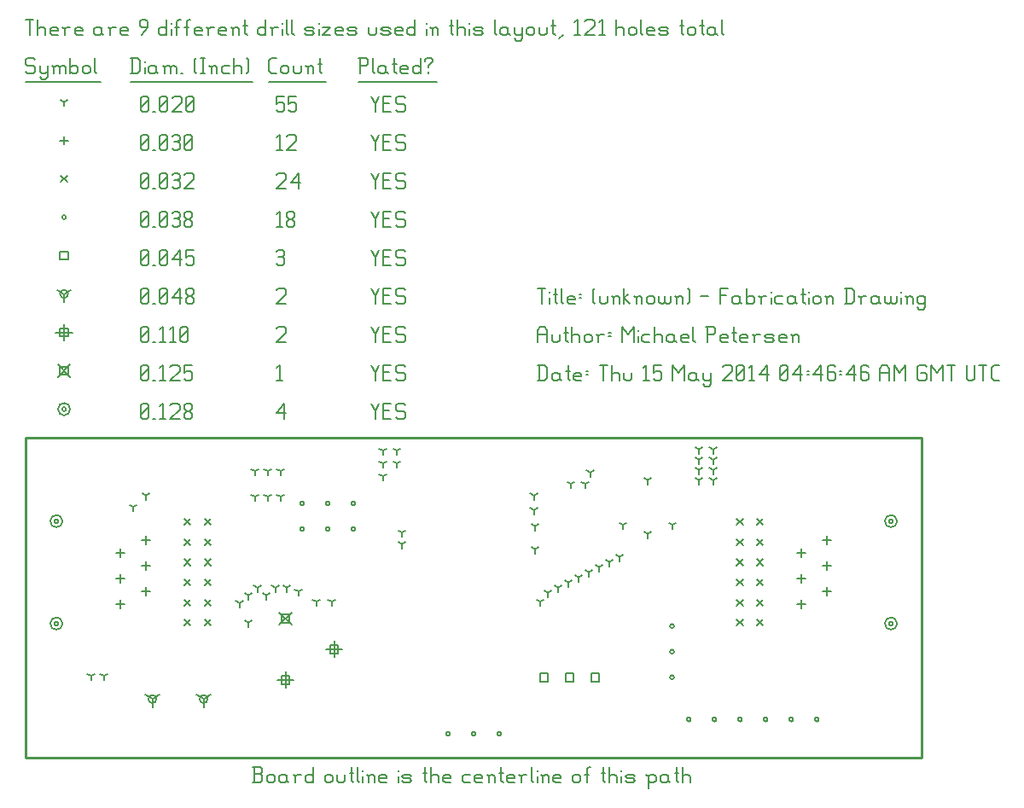
<source format=gbr>
G04 start of page 12 for group -3984 idx -3984 *
G04 Title: (unknown), fab *
G04 Creator: pcb 20110918 *
G04 CreationDate: Thu 15 May 2014 04:46:46 AM GMT UTC *
G04 For: railfan *
G04 Format: Gerber/RS-274X *
G04 PCB-Dimensions: 350000 125000 *
G04 PCB-Coordinate-Origin: lower left *
%MOIN*%
%FSLAX25Y25*%
%LNFAB*%
%ADD104C,0.0100*%
%ADD103C,0.0075*%
%ADD102C,0.0060*%
%ADD101R,0.0080X0.0080*%
G54D101*X337200Y52500D02*G75*G03X338800Y52500I800J0D01*G01*
G75*G03X337200Y52500I-800J0D01*G01*
X335600D02*G75*G03X340400Y52500I2400J0D01*G01*
G75*G03X335600Y52500I-2400J0D01*G01*
X337200Y92500D02*G75*G03X338800Y92500I800J0D01*G01*
G75*G03X337200Y92500I-800J0D01*G01*
X335600D02*G75*G03X340400Y92500I2400J0D01*G01*
G75*G03X335600Y92500I-2400J0D01*G01*
X11200D02*G75*G03X12800Y92500I800J0D01*G01*
G75*G03X11200Y92500I-800J0D01*G01*
X9600D02*G75*G03X14400Y92500I2400J0D01*G01*
G75*G03X9600Y92500I-2400J0D01*G01*
X11200Y52500D02*G75*G03X12800Y52500I800J0D01*G01*
G75*G03X11200Y52500I-800J0D01*G01*
X9600D02*G75*G03X14400Y52500I2400J0D01*G01*
G75*G03X9600Y52500I-2400J0D01*G01*
X14200Y136250D02*G75*G03X15800Y136250I800J0D01*G01*
G75*G03X14200Y136250I-800J0D01*G01*
X12600D02*G75*G03X17400Y136250I2400J0D01*G01*
G75*G03X12600Y136250I-2400J0D01*G01*
G54D102*X135000Y138500D02*X136500Y135500D01*
X138000Y138500D01*
X136500Y135500D02*Y132500D01*
X139800Y135800D02*X142050D01*
X139800Y132500D02*X142800D01*
X139800Y138500D02*Y132500D01*
Y138500D02*X142800D01*
X147600D02*X148350Y137750D01*
X145350Y138500D02*X147600D01*
X144600Y137750D02*X145350Y138500D01*
X144600Y137750D02*Y136250D01*
X145350Y135500D01*
X147600D01*
X148350Y134750D01*
Y133250D01*
X147600Y132500D02*X148350Y133250D01*
X145350Y132500D02*X147600D01*
X144600Y133250D02*X145350Y132500D01*
X98000Y134750D02*X101000Y138500D01*
X98000Y134750D02*X101750D01*
X101000Y138500D02*Y132500D01*
X45000Y133250D02*X45750Y132500D01*
X45000Y137750D02*Y133250D01*
Y137750D02*X45750Y138500D01*
X47250D01*
X48000Y137750D01*
Y133250D01*
X47250Y132500D02*X48000Y133250D01*
X45750Y132500D02*X47250D01*
X45000Y134000D02*X48000Y137000D01*
X49800Y132500D02*X50550D01*
X52350Y137300D02*X53550Y138500D01*
Y132500D01*
X52350D02*X54600D01*
X56400Y137750D02*X57150Y138500D01*
X59400D01*
X60150Y137750D01*
Y136250D01*
X56400Y132500D02*X60150Y136250D01*
X56400Y132500D02*X60150D01*
X61950Y133250D02*X62700Y132500D01*
X61950Y134450D02*Y133250D01*
Y134450D02*X63000Y135500D01*
X63900D01*
X64950Y134450D01*
Y133250D01*
X64200Y132500D02*X64950Y133250D01*
X62700Y132500D02*X64200D01*
X61950Y136550D02*X63000Y135500D01*
X61950Y137750D02*Y136550D01*
Y137750D02*X62700Y138500D01*
X64200D01*
X64950Y137750D01*
Y136550D01*
X63900Y135500D02*X64950Y136550D01*
X99100Y56900D02*X103900Y52100D01*
X99100D02*X103900Y56900D01*
X99900Y56100D02*X103100D01*
X99900D02*Y52900D01*
X103100D01*
Y56100D02*Y52900D01*
X12600Y153650D02*X17400Y148850D01*
X12600D02*X17400Y153650D01*
X13400Y152850D02*X16600D01*
X13400D02*Y149650D01*
X16600D01*
Y152850D02*Y149650D01*
X135000Y153500D02*X136500Y150500D01*
X138000Y153500D01*
X136500Y150500D02*Y147500D01*
X139800Y150800D02*X142050D01*
X139800Y147500D02*X142800D01*
X139800Y153500D02*Y147500D01*
Y153500D02*X142800D01*
X147600D02*X148350Y152750D01*
X145350Y153500D02*X147600D01*
X144600Y152750D02*X145350Y153500D01*
X144600Y152750D02*Y151250D01*
X145350Y150500D01*
X147600D01*
X148350Y149750D01*
Y148250D01*
X147600Y147500D02*X148350Y148250D01*
X145350Y147500D02*X147600D01*
X144600Y148250D02*X145350Y147500D01*
X98000Y152300D02*X99200Y153500D01*
Y147500D01*
X98000D02*X100250D01*
X45000Y148250D02*X45750Y147500D01*
X45000Y152750D02*Y148250D01*
Y152750D02*X45750Y153500D01*
X47250D01*
X48000Y152750D01*
Y148250D01*
X47250Y147500D02*X48000Y148250D01*
X45750Y147500D02*X47250D01*
X45000Y149000D02*X48000Y152000D01*
X49800Y147500D02*X50550D01*
X52350Y152300D02*X53550Y153500D01*
Y147500D01*
X52350D02*X54600D01*
X56400Y152750D02*X57150Y153500D01*
X59400D01*
X60150Y152750D01*
Y151250D01*
X56400Y147500D02*X60150Y151250D01*
X56400Y147500D02*X60150D01*
X61950Y153500D02*X64950D01*
X61950D02*Y150500D01*
X62700Y151250D01*
X64200D01*
X64950Y150500D01*
Y148250D01*
X64200Y147500D02*X64950Y148250D01*
X62700Y147500D02*X64200D01*
X61950Y148250D02*X62700Y147500D01*
X101500Y33700D02*Y27300D01*
X98300Y30500D02*X104700D01*
X99900Y32100D02*X103100D01*
X99900D02*Y28900D01*
X103100D01*
Y32100D02*Y28900D01*
X120500Y45700D02*Y39300D01*
X117300Y42500D02*X123700D01*
X118900Y44100D02*X122100D01*
X118900D02*Y40900D01*
X122100D01*
Y44100D02*Y40900D01*
X15000Y169450D02*Y163050D01*
X11800Y166250D02*X18200D01*
X13400Y167850D02*X16600D01*
X13400D02*Y164650D01*
X16600D01*
Y167850D02*Y164650D01*
X135000Y168500D02*X136500Y165500D01*
X138000Y168500D01*
X136500Y165500D02*Y162500D01*
X139800Y165800D02*X142050D01*
X139800Y162500D02*X142800D01*
X139800Y168500D02*Y162500D01*
Y168500D02*X142800D01*
X147600D02*X148350Y167750D01*
X145350Y168500D02*X147600D01*
X144600Y167750D02*X145350Y168500D01*
X144600Y167750D02*Y166250D01*
X145350Y165500D01*
X147600D01*
X148350Y164750D01*
Y163250D01*
X147600Y162500D02*X148350Y163250D01*
X145350Y162500D02*X147600D01*
X144600Y163250D02*X145350Y162500D01*
X98000Y167750D02*X98750Y168500D01*
X101000D01*
X101750Y167750D01*
Y166250D01*
X98000Y162500D02*X101750Y166250D01*
X98000Y162500D02*X101750D01*
X45000Y163250D02*X45750Y162500D01*
X45000Y167750D02*Y163250D01*
Y167750D02*X45750Y168500D01*
X47250D01*
X48000Y167750D01*
Y163250D01*
X47250Y162500D02*X48000Y163250D01*
X45750Y162500D02*X47250D01*
X45000Y164000D02*X48000Y167000D01*
X49800Y162500D02*X50550D01*
X52350Y167300D02*X53550Y168500D01*
Y162500D01*
X52350D02*X54600D01*
X56400Y167300D02*X57600Y168500D01*
Y162500D01*
X56400D02*X58650D01*
X60450Y163250D02*X61200Y162500D01*
X60450Y167750D02*Y163250D01*
Y167750D02*X61200Y168500D01*
X62700D01*
X63450Y167750D01*
Y163250D01*
X62700Y162500D02*X63450Y163250D01*
X61200Y162500D02*X62700D01*
X60450Y164000D02*X63450Y167000D01*
X49500Y23000D02*Y19800D01*
Y23000D02*X52273Y24600D01*
X49500Y23000D02*X46727Y24600D01*
X47900Y23000D02*G75*G03X51100Y23000I1600J0D01*G01*
G75*G03X47900Y23000I-1600J0D01*G01*
X69500D02*Y19800D01*
Y23000D02*X72273Y24600D01*
X69500Y23000D02*X66727Y24600D01*
X67900Y23000D02*G75*G03X71100Y23000I1600J0D01*G01*
G75*G03X67900Y23000I-1600J0D01*G01*
X15000Y181250D02*Y178050D01*
Y181250D02*X17773Y182850D01*
X15000Y181250D02*X12227Y182850D01*
X13400Y181250D02*G75*G03X16600Y181250I1600J0D01*G01*
G75*G03X13400Y181250I-1600J0D01*G01*
X135000Y183500D02*X136500Y180500D01*
X138000Y183500D01*
X136500Y180500D02*Y177500D01*
X139800Y180800D02*X142050D01*
X139800Y177500D02*X142800D01*
X139800Y183500D02*Y177500D01*
Y183500D02*X142800D01*
X147600D02*X148350Y182750D01*
X145350Y183500D02*X147600D01*
X144600Y182750D02*X145350Y183500D01*
X144600Y182750D02*Y181250D01*
X145350Y180500D01*
X147600D01*
X148350Y179750D01*
Y178250D01*
X147600Y177500D02*X148350Y178250D01*
X145350Y177500D02*X147600D01*
X144600Y178250D02*X145350Y177500D01*
X98000Y182750D02*X98750Y183500D01*
X101000D01*
X101750Y182750D01*
Y181250D01*
X98000Y177500D02*X101750Y181250D01*
X98000Y177500D02*X101750D01*
X45000Y178250D02*X45750Y177500D01*
X45000Y182750D02*Y178250D01*
Y182750D02*X45750Y183500D01*
X47250D01*
X48000Y182750D01*
Y178250D01*
X47250Y177500D02*X48000Y178250D01*
X45750Y177500D02*X47250D01*
X45000Y179000D02*X48000Y182000D01*
X49800Y177500D02*X50550D01*
X52350Y178250D02*X53100Y177500D01*
X52350Y182750D02*Y178250D01*
Y182750D02*X53100Y183500D01*
X54600D01*
X55350Y182750D01*
Y178250D01*
X54600Y177500D02*X55350Y178250D01*
X53100Y177500D02*X54600D01*
X52350Y179000D02*X55350Y182000D01*
X57150Y179750D02*X60150Y183500D01*
X57150Y179750D02*X60900D01*
X60150Y183500D02*Y177500D01*
X62700Y178250D02*X63450Y177500D01*
X62700Y179450D02*Y178250D01*
Y179450D02*X63750Y180500D01*
X64650D01*
X65700Y179450D01*
Y178250D01*
X64950Y177500D02*X65700Y178250D01*
X63450Y177500D02*X64950D01*
X62700Y181550D02*X63750Y180500D01*
X62700Y182750D02*Y181550D01*
Y182750D02*X63450Y183500D01*
X64950D01*
X65700Y182750D01*
Y181550D01*
X64650Y180500D02*X65700Y181550D01*
X220900Y33100D02*X224100D01*
X220900D02*Y29900D01*
X224100D01*
Y33100D02*Y29900D01*
X210900Y33100D02*X214100D01*
X210900D02*Y29900D01*
X214100D01*
Y33100D02*Y29900D01*
X200900Y33100D02*X204100D01*
X200900D02*Y29900D01*
X204100D01*
Y33100D02*Y29900D01*
X13400Y197850D02*X16600D01*
X13400D02*Y194650D01*
X16600D01*
Y197850D02*Y194650D01*
X135000Y198500D02*X136500Y195500D01*
X138000Y198500D01*
X136500Y195500D02*Y192500D01*
X139800Y195800D02*X142050D01*
X139800Y192500D02*X142800D01*
X139800Y198500D02*Y192500D01*
Y198500D02*X142800D01*
X147600D02*X148350Y197750D01*
X145350Y198500D02*X147600D01*
X144600Y197750D02*X145350Y198500D01*
X144600Y197750D02*Y196250D01*
X145350Y195500D01*
X147600D01*
X148350Y194750D01*
Y193250D01*
X147600Y192500D02*X148350Y193250D01*
X145350Y192500D02*X147600D01*
X144600Y193250D02*X145350Y192500D01*
X98000Y197750D02*X98750Y198500D01*
X100250D01*
X101000Y197750D01*
X100250Y192500D02*X101000Y193250D01*
X98750Y192500D02*X100250D01*
X98000Y193250D02*X98750Y192500D01*
Y195800D02*X100250D01*
X101000Y197750D02*Y196550D01*
Y195050D02*Y193250D01*
Y195050D02*X100250Y195800D01*
X101000Y196550D02*X100250Y195800D01*
X45000Y193250D02*X45750Y192500D01*
X45000Y197750D02*Y193250D01*
Y197750D02*X45750Y198500D01*
X47250D01*
X48000Y197750D01*
Y193250D01*
X47250Y192500D02*X48000Y193250D01*
X45750Y192500D02*X47250D01*
X45000Y194000D02*X48000Y197000D01*
X49800Y192500D02*X50550D01*
X52350Y193250D02*X53100Y192500D01*
X52350Y197750D02*Y193250D01*
Y197750D02*X53100Y198500D01*
X54600D01*
X55350Y197750D01*
Y193250D01*
X54600Y192500D02*X55350Y193250D01*
X53100Y192500D02*X54600D01*
X52350Y194000D02*X55350Y197000D01*
X57150Y194750D02*X60150Y198500D01*
X57150Y194750D02*X60900D01*
X60150Y198500D02*Y192500D01*
X62700Y198500D02*X65700D01*
X62700D02*Y195500D01*
X63450Y196250D01*
X64950D01*
X65700Y195500D01*
Y193250D01*
X64950Y192500D02*X65700Y193250D01*
X63450Y192500D02*X64950D01*
X62700Y193250D02*X63450Y192500D01*
X251700Y51500D02*G75*G03X253300Y51500I800J0D01*G01*
G75*G03X251700Y51500I-800J0D01*G01*
Y41500D02*G75*G03X253300Y41500I800J0D01*G01*
G75*G03X251700Y41500I-800J0D01*G01*
Y31500D02*G75*G03X253300Y31500I800J0D01*G01*
G75*G03X251700Y31500I-800J0D01*G01*
X308200Y15000D02*G75*G03X309800Y15000I800J0D01*G01*
G75*G03X308200Y15000I-800J0D01*G01*
X298200D02*G75*G03X299800Y15000I800J0D01*G01*
G75*G03X298200Y15000I-800J0D01*G01*
X288200D02*G75*G03X289800Y15000I800J0D01*G01*
G75*G03X288200Y15000I-800J0D01*G01*
X278200D02*G75*G03X279800Y15000I800J0D01*G01*
G75*G03X278200Y15000I-800J0D01*G01*
X268200D02*G75*G03X269800Y15000I800J0D01*G01*
G75*G03X268200Y15000I-800J0D01*G01*
X258200D02*G75*G03X259800Y15000I800J0D01*G01*
G75*G03X258200Y15000I-800J0D01*G01*
X127200Y99500D02*G75*G03X128800Y99500I800J0D01*G01*
G75*G03X127200Y99500I-800J0D01*G01*
X117200D02*G75*G03X118800Y99500I800J0D01*G01*
G75*G03X117200Y99500I-800J0D01*G01*
X107200D02*G75*G03X108800Y99500I800J0D01*G01*
G75*G03X107200Y99500I-800J0D01*G01*
X127200Y89500D02*G75*G03X128800Y89500I800J0D01*G01*
G75*G03X127200Y89500I-800J0D01*G01*
X117200D02*G75*G03X118800Y89500I800J0D01*G01*
G75*G03X117200Y89500I-800J0D01*G01*
X107200D02*G75*G03X108800Y89500I800J0D01*G01*
G75*G03X107200Y89500I-800J0D01*G01*
X164200Y9500D02*G75*G03X165800Y9500I800J0D01*G01*
G75*G03X164200Y9500I-800J0D01*G01*
X174200D02*G75*G03X175800Y9500I800J0D01*G01*
G75*G03X174200Y9500I-800J0D01*G01*
X184200D02*G75*G03X185800Y9500I800J0D01*G01*
G75*G03X184200Y9500I-800J0D01*G01*
X14200Y211250D02*G75*G03X15800Y211250I800J0D01*G01*
G75*G03X14200Y211250I-800J0D01*G01*
X135000Y213500D02*X136500Y210500D01*
X138000Y213500D01*
X136500Y210500D02*Y207500D01*
X139800Y210800D02*X142050D01*
X139800Y207500D02*X142800D01*
X139800Y213500D02*Y207500D01*
Y213500D02*X142800D01*
X147600D02*X148350Y212750D01*
X145350Y213500D02*X147600D01*
X144600Y212750D02*X145350Y213500D01*
X144600Y212750D02*Y211250D01*
X145350Y210500D01*
X147600D01*
X148350Y209750D01*
Y208250D01*
X147600Y207500D02*X148350Y208250D01*
X145350Y207500D02*X147600D01*
X144600Y208250D02*X145350Y207500D01*
X98000Y212300D02*X99200Y213500D01*
Y207500D01*
X98000D02*X100250D01*
X102050Y208250D02*X102800Y207500D01*
X102050Y209450D02*Y208250D01*
Y209450D02*X103100Y210500D01*
X104000D01*
X105050Y209450D01*
Y208250D01*
X104300Y207500D02*X105050Y208250D01*
X102800Y207500D02*X104300D01*
X102050Y211550D02*X103100Y210500D01*
X102050Y212750D02*Y211550D01*
Y212750D02*X102800Y213500D01*
X104300D01*
X105050Y212750D01*
Y211550D01*
X104000Y210500D02*X105050Y211550D01*
X45000Y208250D02*X45750Y207500D01*
X45000Y212750D02*Y208250D01*
Y212750D02*X45750Y213500D01*
X47250D01*
X48000Y212750D01*
Y208250D01*
X47250Y207500D02*X48000Y208250D01*
X45750Y207500D02*X47250D01*
X45000Y209000D02*X48000Y212000D01*
X49800Y207500D02*X50550D01*
X52350Y208250D02*X53100Y207500D01*
X52350Y212750D02*Y208250D01*
Y212750D02*X53100Y213500D01*
X54600D01*
X55350Y212750D01*
Y208250D01*
X54600Y207500D02*X55350Y208250D01*
X53100Y207500D02*X54600D01*
X52350Y209000D02*X55350Y212000D01*
X57150Y212750D02*X57900Y213500D01*
X59400D01*
X60150Y212750D01*
X59400Y207500D02*X60150Y208250D01*
X57900Y207500D02*X59400D01*
X57150Y208250D02*X57900Y207500D01*
Y210800D02*X59400D01*
X60150Y212750D02*Y211550D01*
Y210050D02*Y208250D01*
Y210050D02*X59400Y210800D01*
X60150Y211550D02*X59400Y210800D01*
X61950Y208250D02*X62700Y207500D01*
X61950Y209450D02*Y208250D01*
Y209450D02*X63000Y210500D01*
X63900D01*
X64950Y209450D01*
Y208250D01*
X64200Y207500D02*X64950Y208250D01*
X62700Y207500D02*X64200D01*
X61950Y211550D02*X63000Y210500D01*
X61950Y212750D02*Y211550D01*
Y212750D02*X62700Y213500D01*
X64200D01*
X64950Y212750D01*
Y211550D01*
X63900Y210500D02*X64950Y211550D01*
X277745Y93385D02*X280145Y90985D01*
X277745D02*X280145Y93385D01*
X277745Y85511D02*X280145Y83111D01*
X277745D02*X280145Y85511D01*
X277745Y77637D02*X280145Y75237D01*
X277745D02*X280145Y77637D01*
X277745Y69763D02*X280145Y67363D01*
X277745D02*X280145Y69763D01*
X277745Y61889D02*X280145Y59489D01*
X277745D02*X280145Y61889D01*
X277745Y54015D02*X280145Y51615D01*
X277745D02*X280145Y54015D01*
X285619Y93385D02*X288019Y90985D01*
X285619D02*X288019Y93385D01*
X285619Y85511D02*X288019Y83111D01*
X285619D02*X288019Y85511D01*
X285619Y77637D02*X288019Y75237D01*
X285619D02*X288019Y77637D01*
X285619Y69763D02*X288019Y67363D01*
X285619D02*X288019Y69763D01*
X285619Y61889D02*X288019Y59489D01*
X285619D02*X288019Y61889D01*
X285619Y54015D02*X288019Y51615D01*
X285619D02*X288019Y54015D01*
X69855D02*X72255Y51615D01*
X69855D02*X72255Y54015D01*
X69855Y61889D02*X72255Y59489D01*
X69855D02*X72255Y61889D01*
X69855Y69763D02*X72255Y67363D01*
X69855D02*X72255Y69763D01*
X69855Y77637D02*X72255Y75237D01*
X69855D02*X72255Y77637D01*
X69855Y85511D02*X72255Y83111D01*
X69855D02*X72255Y85511D01*
X69855Y93385D02*X72255Y90985D01*
X69855D02*X72255Y93385D01*
X61981Y54015D02*X64381Y51615D01*
X61981D02*X64381Y54015D01*
X61981Y61889D02*X64381Y59489D01*
X61981D02*X64381Y61889D01*
X61981Y69763D02*X64381Y67363D01*
X61981D02*X64381Y69763D01*
X61981Y77637D02*X64381Y75237D01*
X61981D02*X64381Y77637D01*
X61981Y85511D02*X64381Y83111D01*
X61981D02*X64381Y85511D01*
X61981Y93385D02*X64381Y90985D01*
X61981D02*X64381Y93385D01*
X13800Y227450D02*X16200Y225050D01*
X13800D02*X16200Y227450D01*
X135000Y228500D02*X136500Y225500D01*
X138000Y228500D01*
X136500Y225500D02*Y222500D01*
X139800Y225800D02*X142050D01*
X139800Y222500D02*X142800D01*
X139800Y228500D02*Y222500D01*
Y228500D02*X142800D01*
X147600D02*X148350Y227750D01*
X145350Y228500D02*X147600D01*
X144600Y227750D02*X145350Y228500D01*
X144600Y227750D02*Y226250D01*
X145350Y225500D01*
X147600D01*
X148350Y224750D01*
Y223250D01*
X147600Y222500D02*X148350Y223250D01*
X145350Y222500D02*X147600D01*
X144600Y223250D02*X145350Y222500D01*
X98000Y227750D02*X98750Y228500D01*
X101000D01*
X101750Y227750D01*
Y226250D01*
X98000Y222500D02*X101750Y226250D01*
X98000Y222500D02*X101750D01*
X103550Y224750D02*X106550Y228500D01*
X103550Y224750D02*X107300D01*
X106550Y228500D02*Y222500D01*
X45000Y223250D02*X45750Y222500D01*
X45000Y227750D02*Y223250D01*
Y227750D02*X45750Y228500D01*
X47250D01*
X48000Y227750D01*
Y223250D01*
X47250Y222500D02*X48000Y223250D01*
X45750Y222500D02*X47250D01*
X45000Y224000D02*X48000Y227000D01*
X49800Y222500D02*X50550D01*
X52350Y223250D02*X53100Y222500D01*
X52350Y227750D02*Y223250D01*
Y227750D02*X53100Y228500D01*
X54600D01*
X55350Y227750D01*
Y223250D01*
X54600Y222500D02*X55350Y223250D01*
X53100Y222500D02*X54600D01*
X52350Y224000D02*X55350Y227000D01*
X57150Y227750D02*X57900Y228500D01*
X59400D01*
X60150Y227750D01*
X59400Y222500D02*X60150Y223250D01*
X57900Y222500D02*X59400D01*
X57150Y223250D02*X57900Y222500D01*
Y225800D02*X59400D01*
X60150Y227750D02*Y226550D01*
Y225050D02*Y223250D01*
Y225050D02*X59400Y225800D01*
X60150Y226550D02*X59400Y225800D01*
X61950Y227750D02*X62700Y228500D01*
X64950D01*
X65700Y227750D01*
Y226250D01*
X61950Y222500D02*X65700Y226250D01*
X61950Y222500D02*X65700D01*
X303000Y61600D02*Y58400D01*
X301400Y60000D02*X304600D01*
X313000Y66600D02*Y63400D01*
X311400Y65000D02*X314600D01*
X303000Y71600D02*Y68400D01*
X301400Y70000D02*X304600D01*
X313000Y76600D02*Y73400D01*
X311400Y75000D02*X314600D01*
X303000Y81600D02*Y78400D01*
X301400Y80000D02*X304600D01*
X313000Y86600D02*Y83400D01*
X311400Y85000D02*X314600D01*
X47000Y86600D02*Y83400D01*
X45400Y85000D02*X48600D01*
X37000Y81600D02*Y78400D01*
X35400Y80000D02*X38600D01*
X47000Y76600D02*Y73400D01*
X45400Y75000D02*X48600D01*
X37000Y71600D02*Y68400D01*
X35400Y70000D02*X38600D01*
X47000Y66600D02*Y63400D01*
X45400Y65000D02*X48600D01*
X37000Y61600D02*Y58400D01*
X35400Y60000D02*X38600D01*
X15000Y242850D02*Y239650D01*
X13400Y241250D02*X16600D01*
X135000Y243500D02*X136500Y240500D01*
X138000Y243500D01*
X136500Y240500D02*Y237500D01*
X139800Y240800D02*X142050D01*
X139800Y237500D02*X142800D01*
X139800Y243500D02*Y237500D01*
Y243500D02*X142800D01*
X147600D02*X148350Y242750D01*
X145350Y243500D02*X147600D01*
X144600Y242750D02*X145350Y243500D01*
X144600Y242750D02*Y241250D01*
X145350Y240500D01*
X147600D01*
X148350Y239750D01*
Y238250D01*
X147600Y237500D02*X148350Y238250D01*
X145350Y237500D02*X147600D01*
X144600Y238250D02*X145350Y237500D01*
X98000Y242300D02*X99200Y243500D01*
Y237500D01*
X98000D02*X100250D01*
X102050Y242750D02*X102800Y243500D01*
X105050D01*
X105800Y242750D01*
Y241250D01*
X102050Y237500D02*X105800Y241250D01*
X102050Y237500D02*X105800D01*
X45000Y238250D02*X45750Y237500D01*
X45000Y242750D02*Y238250D01*
Y242750D02*X45750Y243500D01*
X47250D01*
X48000Y242750D01*
Y238250D01*
X47250Y237500D02*X48000Y238250D01*
X45750Y237500D02*X47250D01*
X45000Y239000D02*X48000Y242000D01*
X49800Y237500D02*X50550D01*
X52350Y238250D02*X53100Y237500D01*
X52350Y242750D02*Y238250D01*
Y242750D02*X53100Y243500D01*
X54600D01*
X55350Y242750D01*
Y238250D01*
X54600Y237500D02*X55350Y238250D01*
X53100Y237500D02*X54600D01*
X52350Y239000D02*X55350Y242000D01*
X57150Y242750D02*X57900Y243500D01*
X59400D01*
X60150Y242750D01*
X59400Y237500D02*X60150Y238250D01*
X57900Y237500D02*X59400D01*
X57150Y238250D02*X57900Y237500D01*
Y240800D02*X59400D01*
X60150Y242750D02*Y241550D01*
Y240050D02*Y238250D01*
Y240050D02*X59400Y240800D01*
X60150Y241550D02*X59400Y240800D01*
X61950Y238250D02*X62700Y237500D01*
X61950Y242750D02*Y238250D01*
Y242750D02*X62700Y243500D01*
X64200D01*
X64950Y242750D01*
Y238250D01*
X64200Y237500D02*X64950Y238250D01*
X62700Y237500D02*X64200D01*
X61950Y239000D02*X64950Y242000D01*
X233394Y91000D02*Y89400D01*
Y91000D02*X234781Y91800D01*
X233394Y91000D02*X232007Y91800D01*
X252606Y91000D02*Y89400D01*
Y91000D02*X253993Y91800D01*
X252606Y91000D02*X251219Y91800D01*
X87000Y52815D02*Y51215D01*
Y52815D02*X88387Y53615D01*
X87000Y52815D02*X85613Y53615D01*
X42000Y98000D02*Y96400D01*
Y98000D02*X43387Y98800D01*
X42000Y98000D02*X40613Y98800D01*
X47000Y102500D02*Y100900D01*
Y102500D02*X48387Y103300D01*
X47000Y102500D02*X45613Y103300D01*
X147000Y83500D02*Y81900D01*
Y83500D02*X148387Y84300D01*
X147000Y83500D02*X145613Y84300D01*
X147000Y88000D02*Y86400D01*
Y88000D02*X148387Y88800D01*
X147000Y88000D02*X145613Y88800D01*
X199000Y90500D02*Y88900D01*
Y90500D02*X200387Y91300D01*
X199000Y90500D02*X197613Y91300D01*
X243000Y108500D02*Y106900D01*
Y108500D02*X244387Y109300D01*
X243000Y108500D02*X241613Y109300D01*
X213000Y107000D02*Y105400D01*
Y107000D02*X214387Y107800D01*
X213000Y107000D02*X211613Y107800D01*
X220500Y111500D02*Y109900D01*
Y111500D02*X221887Y112300D01*
X220500Y111500D02*X219113Y112300D01*
X198500Y96831D02*Y95231D01*
Y96831D02*X199887Y97631D01*
X198500Y96831D02*X197113Y97631D01*
X198500Y102500D02*Y100900D01*
Y102500D02*X199887Y103300D01*
X198500Y102500D02*X197113Y103300D01*
X83500Y60500D02*Y58900D01*
Y60500D02*X84887Y61300D01*
X83500Y60500D02*X82113Y61300D01*
X232000Y78500D02*Y76900D01*
Y78500D02*X233387Y79300D01*
X232000Y78500D02*X230613Y79300D01*
X87000Y63500D02*Y61900D01*
Y63500D02*X88387Y64300D01*
X87000Y63500D02*X85613Y64300D01*
X90500Y66500D02*Y64900D01*
Y66500D02*X91887Y67300D01*
X90500Y66500D02*X89113Y67300D01*
X94000Y63500D02*Y61900D01*
Y63500D02*X95387Y64300D01*
X94000Y63500D02*X92613Y64300D01*
X97500Y66500D02*Y64900D01*
Y66500D02*X98887Y67300D01*
X97500Y66500D02*X96113Y67300D01*
X102000Y66500D02*Y64900D01*
Y66500D02*X103387Y67300D01*
X102000Y66500D02*X100613Y67300D01*
X106500Y65000D02*Y63400D01*
Y65000D02*X107887Y65800D01*
X106500Y65000D02*X105113Y65800D01*
X113500Y61000D02*Y59400D01*
Y61000D02*X114887Y61800D01*
X113500Y61000D02*X112113Y61800D01*
X119500Y61000D02*Y59400D01*
Y61000D02*X120887Y61800D01*
X119500Y61000D02*X118113Y61800D01*
X228000Y76500D02*Y74900D01*
Y76500D02*X229387Y77300D01*
X228000Y76500D02*X226613Y77300D01*
X224000Y74500D02*Y72900D01*
Y74500D02*X225387Y75300D01*
X224000Y74500D02*X222613Y75300D01*
X220000Y72500D02*Y70900D01*
Y72500D02*X221387Y73300D01*
X220000Y72500D02*X218613Y73300D01*
X216000Y70500D02*Y68900D01*
Y70500D02*X217387Y71300D01*
X216000Y70500D02*X214613Y71300D01*
X212000Y68500D02*Y66900D01*
Y68500D02*X213387Y69300D01*
X212000Y68500D02*X210613Y69300D01*
X208000Y66500D02*Y64900D01*
Y66500D02*X209387Y67300D01*
X208000Y66500D02*X206613Y67300D01*
X204000Y64500D02*Y62900D01*
Y64500D02*X205387Y65300D01*
X204000Y64500D02*X202613Y65300D01*
X201000Y61000D02*Y59400D01*
Y61000D02*X202387Y61800D01*
X201000Y61000D02*X199613Y61800D01*
X139500Y110000D02*Y108400D01*
Y110000D02*X140887Y110800D01*
X139500Y110000D02*X138113Y110800D01*
X139500Y115000D02*Y113400D01*
Y115000D02*X140887Y115800D01*
X139500Y115000D02*X138113Y115800D01*
X139500Y120000D02*Y118400D01*
Y120000D02*X140887Y120800D01*
X139500Y120000D02*X138113Y120800D01*
X145000Y120000D02*Y118400D01*
Y120000D02*X146387Y120800D01*
X145000Y120000D02*X143613Y120800D01*
X145000Y115000D02*Y113400D01*
Y115000D02*X146387Y115800D01*
X145000Y115000D02*X143613Y115800D01*
X199000Y81500D02*Y79900D01*
Y81500D02*X200387Y82300D01*
X199000Y81500D02*X197613Y82300D01*
X263000Y120500D02*Y118900D01*
Y120500D02*X264387Y121300D01*
X263000Y120500D02*X261613Y121300D01*
X268500Y120500D02*Y118900D01*
Y120500D02*X269887Y121300D01*
X268500Y120500D02*X267113Y121300D01*
X243000Y87500D02*Y85900D01*
Y87500D02*X244387Y88300D01*
X243000Y87500D02*X241613Y88300D01*
X263000Y116500D02*Y114900D01*
Y116500D02*X264387Y117300D01*
X263000Y116500D02*X261613Y117300D01*
X268500Y116500D02*Y114900D01*
Y116500D02*X269887Y117300D01*
X268500Y116500D02*X267113Y117300D01*
X263000Y112500D02*Y110900D01*
Y112500D02*X264387Y113300D01*
X263000Y112500D02*X261613Y113300D01*
X268500Y112500D02*Y110900D01*
Y112500D02*X269887Y113300D01*
X268500Y112500D02*X267113Y113300D01*
X263000Y108500D02*Y106900D01*
Y108500D02*X264387Y109300D01*
X263000Y108500D02*X261613Y109300D01*
X268500Y108500D02*Y106900D01*
Y108500D02*X269887Y109300D01*
X268500Y108500D02*X267113Y109300D01*
X218500Y107000D02*Y105400D01*
Y107000D02*X219887Y107800D01*
X218500Y107000D02*X217113Y107800D01*
X30500Y32000D02*Y30400D01*
Y32000D02*X31887Y32800D01*
X30500Y32000D02*X29113Y32800D01*
X25500Y32000D02*Y30400D01*
Y32000D02*X26887Y32800D01*
X25500Y32000D02*X24113Y32800D01*
X89500Y112000D02*Y110400D01*
Y112000D02*X90887Y112800D01*
X89500Y112000D02*X88113Y112800D01*
X94500Y112000D02*Y110400D01*
Y112000D02*X95887Y112800D01*
X94500Y112000D02*X93113Y112800D01*
X99500Y112000D02*Y110400D01*
Y112000D02*X100887Y112800D01*
X99500Y112000D02*X98113Y112800D01*
X89500Y102000D02*Y100400D01*
Y102000D02*X90887Y102800D01*
X89500Y102000D02*X88113Y102800D01*
X94500Y102000D02*Y100400D01*
Y102000D02*X95887Y102800D01*
X94500Y102000D02*X93113Y102800D01*
X99500Y102000D02*Y100400D01*
Y102000D02*X100887Y102800D01*
X99500Y102000D02*X98113Y102800D01*
X15000Y256250D02*Y254650D01*
Y256250D02*X16387Y257050D01*
X15000Y256250D02*X13613Y257050D01*
X135000Y258500D02*X136500Y255500D01*
X138000Y258500D01*
X136500Y255500D02*Y252500D01*
X139800Y255800D02*X142050D01*
X139800Y252500D02*X142800D01*
X139800Y258500D02*Y252500D01*
Y258500D02*X142800D01*
X147600D02*X148350Y257750D01*
X145350Y258500D02*X147600D01*
X144600Y257750D02*X145350Y258500D01*
X144600Y257750D02*Y256250D01*
X145350Y255500D01*
X147600D01*
X148350Y254750D01*
Y253250D01*
X147600Y252500D02*X148350Y253250D01*
X145350Y252500D02*X147600D01*
X144600Y253250D02*X145350Y252500D01*
X98000Y258500D02*X101000D01*
X98000D02*Y255500D01*
X98750Y256250D01*
X100250D01*
X101000Y255500D01*
Y253250D01*
X100250Y252500D02*X101000Y253250D01*
X98750Y252500D02*X100250D01*
X98000Y253250D02*X98750Y252500D01*
X102800Y258500D02*X105800D01*
X102800D02*Y255500D01*
X103550Y256250D01*
X105050D01*
X105800Y255500D01*
Y253250D01*
X105050Y252500D02*X105800Y253250D01*
X103550Y252500D02*X105050D01*
X102800Y253250D02*X103550Y252500D01*
X45000Y253250D02*X45750Y252500D01*
X45000Y257750D02*Y253250D01*
Y257750D02*X45750Y258500D01*
X47250D01*
X48000Y257750D01*
Y253250D01*
X47250Y252500D02*X48000Y253250D01*
X45750Y252500D02*X47250D01*
X45000Y254000D02*X48000Y257000D01*
X49800Y252500D02*X50550D01*
X52350Y253250D02*X53100Y252500D01*
X52350Y257750D02*Y253250D01*
Y257750D02*X53100Y258500D01*
X54600D01*
X55350Y257750D01*
Y253250D01*
X54600Y252500D02*X55350Y253250D01*
X53100Y252500D02*X54600D01*
X52350Y254000D02*X55350Y257000D01*
X57150Y257750D02*X57900Y258500D01*
X60150D01*
X60900Y257750D01*
Y256250D01*
X57150Y252500D02*X60900Y256250D01*
X57150Y252500D02*X60900D01*
X62700Y253250D02*X63450Y252500D01*
X62700Y257750D02*Y253250D01*
Y257750D02*X63450Y258500D01*
X64950D01*
X65700Y257750D01*
Y253250D01*
X64950Y252500D02*X65700Y253250D01*
X63450Y252500D02*X64950D01*
X62700Y254000D02*X65700Y257000D01*
X3000Y273500D02*X3750Y272750D01*
X750Y273500D02*X3000D01*
X0Y272750D02*X750Y273500D01*
X0Y272750D02*Y271250D01*
X750Y270500D01*
X3000D01*
X3750Y269750D01*
Y268250D01*
X3000Y267500D02*X3750Y268250D01*
X750Y267500D02*X3000D01*
X0Y268250D02*X750Y267500D01*
X5550Y270500D02*Y268250D01*
X6300Y267500D01*
X8550Y270500D02*Y266000D01*
X7800Y265250D02*X8550Y266000D01*
X6300Y265250D02*X7800D01*
X5550Y266000D02*X6300Y265250D01*
Y267500D02*X7800D01*
X8550Y268250D01*
X11100Y269750D02*Y267500D01*
Y269750D02*X11850Y270500D01*
X12600D01*
X13350Y269750D01*
Y267500D01*
Y269750D02*X14100Y270500D01*
X14850D01*
X15600Y269750D01*
Y267500D01*
X10350Y270500D02*X11100Y269750D01*
X17400Y273500D02*Y267500D01*
Y268250D02*X18150Y267500D01*
X19650D01*
X20400Y268250D01*
Y269750D02*Y268250D01*
X19650Y270500D02*X20400Y269750D01*
X18150Y270500D02*X19650D01*
X17400Y269750D02*X18150Y270500D01*
X22200Y269750D02*Y268250D01*
Y269750D02*X22950Y270500D01*
X24450D01*
X25200Y269750D01*
Y268250D01*
X24450Y267500D02*X25200Y268250D01*
X22950Y267500D02*X24450D01*
X22200Y268250D02*X22950Y267500D01*
X27000Y273500D02*Y268250D01*
X27750Y267500D01*
X0Y264250D02*X29250D01*
X41750Y273500D02*Y267500D01*
X43700Y273500D02*X44750Y272450D01*
Y268550D01*
X43700Y267500D02*X44750Y268550D01*
X41000Y267500D02*X43700D01*
X41000Y273500D02*X43700D01*
G54D103*X46550Y272000D02*Y271850D01*
G54D102*Y269750D02*Y267500D01*
X50300Y270500D02*X51050Y269750D01*
X48800Y270500D02*X50300D01*
X48050Y269750D02*X48800Y270500D01*
X48050Y269750D02*Y268250D01*
X48800Y267500D01*
X51050Y270500D02*Y268250D01*
X51800Y267500D01*
X48800D02*X50300D01*
X51050Y268250D01*
X54350Y269750D02*Y267500D01*
Y269750D02*X55100Y270500D01*
X55850D01*
X56600Y269750D01*
Y267500D01*
Y269750D02*X57350Y270500D01*
X58100D01*
X58850Y269750D01*
Y267500D01*
X53600Y270500D02*X54350Y269750D01*
X60650Y267500D02*X61400D01*
X65900Y268250D02*X66650Y267500D01*
X65900Y272750D02*X66650Y273500D01*
X65900Y272750D02*Y268250D01*
X68450Y273500D02*X69950D01*
X69200D02*Y267500D01*
X68450D02*X69950D01*
X72500Y269750D02*Y267500D01*
Y269750D02*X73250Y270500D01*
X74000D01*
X74750Y269750D01*
Y267500D01*
X71750Y270500D02*X72500Y269750D01*
X77300Y270500D02*X79550D01*
X76550Y269750D02*X77300Y270500D01*
X76550Y269750D02*Y268250D01*
X77300Y267500D01*
X79550D01*
X81350Y273500D02*Y267500D01*
Y269750D02*X82100Y270500D01*
X83600D01*
X84350Y269750D01*
Y267500D01*
X86150Y273500D02*X86900Y272750D01*
Y268250D01*
X86150Y267500D02*X86900Y268250D01*
X41000Y264250D02*X88700D01*
X96050Y267500D02*X98000D01*
X95000Y268550D02*X96050Y267500D01*
X95000Y272450D02*Y268550D01*
Y272450D02*X96050Y273500D01*
X98000D01*
X99800Y269750D02*Y268250D01*
Y269750D02*X100550Y270500D01*
X102050D01*
X102800Y269750D01*
Y268250D01*
X102050Y267500D02*X102800Y268250D01*
X100550Y267500D02*X102050D01*
X99800Y268250D02*X100550Y267500D01*
X104600Y270500D02*Y268250D01*
X105350Y267500D01*
X106850D01*
X107600Y268250D01*
Y270500D02*Y268250D01*
X110150Y269750D02*Y267500D01*
Y269750D02*X110900Y270500D01*
X111650D01*
X112400Y269750D01*
Y267500D01*
X109400Y270500D02*X110150Y269750D01*
X114950Y273500D02*Y268250D01*
X115700Y267500D01*
X114200Y271250D02*X115700D01*
X95000Y264250D02*X117200D01*
X130750Y273500D02*Y267500D01*
X130000Y273500D02*X133000D01*
X133750Y272750D01*
Y271250D01*
X133000Y270500D02*X133750Y271250D01*
X130750Y270500D02*X133000D01*
X135550Y273500D02*Y268250D01*
X136300Y267500D01*
X140050Y270500D02*X140800Y269750D01*
X138550Y270500D02*X140050D01*
X137800Y269750D02*X138550Y270500D01*
X137800Y269750D02*Y268250D01*
X138550Y267500D01*
X140800Y270500D02*Y268250D01*
X141550Y267500D01*
X138550D02*X140050D01*
X140800Y268250D01*
X144100Y273500D02*Y268250D01*
X144850Y267500D01*
X143350Y271250D02*X144850D01*
X147100Y267500D02*X149350D01*
X146350Y268250D02*X147100Y267500D01*
X146350Y269750D02*Y268250D01*
Y269750D02*X147100Y270500D01*
X148600D01*
X149350Y269750D01*
X146350Y269000D02*X149350D01*
Y269750D02*Y269000D01*
X154150Y273500D02*Y267500D01*
X153400D02*X154150Y268250D01*
X151900Y267500D02*X153400D01*
X151150Y268250D02*X151900Y267500D01*
X151150Y269750D02*Y268250D01*
Y269750D02*X151900Y270500D01*
X153400D01*
X154150Y269750D01*
X157450Y270500D02*Y269750D01*
Y268250D02*Y267500D01*
X155950Y272750D02*Y272000D01*
Y272750D02*X156700Y273500D01*
X158200D01*
X158950Y272750D01*
Y272000D01*
X157450Y270500D02*X158950Y272000D01*
X130000Y264250D02*X160750D01*
X0Y288500D02*X3000D01*
X1500D02*Y282500D01*
X4800Y288500D02*Y282500D01*
Y284750D02*X5550Y285500D01*
X7050D01*
X7800Y284750D01*
Y282500D01*
X10350D02*X12600D01*
X9600Y283250D02*X10350Y282500D01*
X9600Y284750D02*Y283250D01*
Y284750D02*X10350Y285500D01*
X11850D01*
X12600Y284750D01*
X9600Y284000D02*X12600D01*
Y284750D02*Y284000D01*
X15150Y284750D02*Y282500D01*
Y284750D02*X15900Y285500D01*
X17400D01*
X14400D02*X15150Y284750D01*
X19950Y282500D02*X22200D01*
X19200Y283250D02*X19950Y282500D01*
X19200Y284750D02*Y283250D01*
Y284750D02*X19950Y285500D01*
X21450D01*
X22200Y284750D01*
X19200Y284000D02*X22200D01*
Y284750D02*Y284000D01*
X28950Y285500D02*X29700Y284750D01*
X27450Y285500D02*X28950D01*
X26700Y284750D02*X27450Y285500D01*
X26700Y284750D02*Y283250D01*
X27450Y282500D01*
X29700Y285500D02*Y283250D01*
X30450Y282500D01*
X27450D02*X28950D01*
X29700Y283250D01*
X33000Y284750D02*Y282500D01*
Y284750D02*X33750Y285500D01*
X35250D01*
X32250D02*X33000Y284750D01*
X37800Y282500D02*X40050D01*
X37050Y283250D02*X37800Y282500D01*
X37050Y284750D02*Y283250D01*
Y284750D02*X37800Y285500D01*
X39300D01*
X40050Y284750D01*
X37050Y284000D02*X40050D01*
Y284750D02*Y284000D01*
X45300Y282500D02*X47550Y285500D01*
Y287750D02*Y285500D01*
X46800Y288500D02*X47550Y287750D01*
X45300Y288500D02*X46800D01*
X44550Y287750D02*X45300Y288500D01*
X44550Y287750D02*Y286250D01*
X45300Y285500D01*
X47550D01*
X55050Y288500D02*Y282500D01*
X54300D02*X55050Y283250D01*
X52800Y282500D02*X54300D01*
X52050Y283250D02*X52800Y282500D01*
X52050Y284750D02*Y283250D01*
Y284750D02*X52800Y285500D01*
X54300D01*
X55050Y284750D01*
G54D103*X56850Y287000D02*Y286850D01*
G54D102*Y284750D02*Y282500D01*
X59100Y287750D02*Y282500D01*
Y287750D02*X59850Y288500D01*
X60600D01*
X58350Y285500D02*X59850D01*
X62850Y287750D02*Y282500D01*
Y287750D02*X63600Y288500D01*
X64350D01*
X62100Y285500D02*X63600D01*
X66600Y282500D02*X68850D01*
X65850Y283250D02*X66600Y282500D01*
X65850Y284750D02*Y283250D01*
Y284750D02*X66600Y285500D01*
X68100D01*
X68850Y284750D01*
X65850Y284000D02*X68850D01*
Y284750D02*Y284000D01*
X71400Y284750D02*Y282500D01*
Y284750D02*X72150Y285500D01*
X73650D01*
X70650D02*X71400Y284750D01*
X76200Y282500D02*X78450D01*
X75450Y283250D02*X76200Y282500D01*
X75450Y284750D02*Y283250D01*
Y284750D02*X76200Y285500D01*
X77700D01*
X78450Y284750D01*
X75450Y284000D02*X78450D01*
Y284750D02*Y284000D01*
X81000Y284750D02*Y282500D01*
Y284750D02*X81750Y285500D01*
X82500D01*
X83250Y284750D01*
Y282500D01*
X80250Y285500D02*X81000Y284750D01*
X85800Y288500D02*Y283250D01*
X86550Y282500D01*
X85050Y286250D02*X86550D01*
X93750Y288500D02*Y282500D01*
X93000D02*X93750Y283250D01*
X91500Y282500D02*X93000D01*
X90750Y283250D02*X91500Y282500D01*
X90750Y284750D02*Y283250D01*
Y284750D02*X91500Y285500D01*
X93000D01*
X93750Y284750D01*
X96300D02*Y282500D01*
Y284750D02*X97050Y285500D01*
X98550D01*
X95550D02*X96300Y284750D01*
G54D103*X100350Y287000D02*Y286850D01*
G54D102*Y284750D02*Y282500D01*
X101850Y288500D02*Y283250D01*
X102600Y282500D01*
X104100Y288500D02*Y283250D01*
X104850Y282500D01*
X109800D02*X112050D01*
X112800Y283250D01*
X112050Y284000D02*X112800Y283250D01*
X109800Y284000D02*X112050D01*
X109050Y284750D02*X109800Y284000D01*
X109050Y284750D02*X109800Y285500D01*
X112050D01*
X112800Y284750D01*
X109050Y283250D02*X109800Y282500D01*
G54D103*X114600Y287000D02*Y286850D01*
G54D102*Y284750D02*Y282500D01*
X116100Y285500D02*X119100D01*
X116100Y282500D02*X119100Y285500D01*
X116100Y282500D02*X119100D01*
X121650D02*X123900D01*
X120900Y283250D02*X121650Y282500D01*
X120900Y284750D02*Y283250D01*
Y284750D02*X121650Y285500D01*
X123150D01*
X123900Y284750D01*
X120900Y284000D02*X123900D01*
Y284750D02*Y284000D01*
X126450Y282500D02*X128700D01*
X129450Y283250D01*
X128700Y284000D02*X129450Y283250D01*
X126450Y284000D02*X128700D01*
X125700Y284750D02*X126450Y284000D01*
X125700Y284750D02*X126450Y285500D01*
X128700D01*
X129450Y284750D01*
X125700Y283250D02*X126450Y282500D01*
X133950Y285500D02*Y283250D01*
X134700Y282500D01*
X136200D01*
X136950Y283250D01*
Y285500D02*Y283250D01*
X139500Y282500D02*X141750D01*
X142500Y283250D01*
X141750Y284000D02*X142500Y283250D01*
X139500Y284000D02*X141750D01*
X138750Y284750D02*X139500Y284000D01*
X138750Y284750D02*X139500Y285500D01*
X141750D01*
X142500Y284750D01*
X138750Y283250D02*X139500Y282500D01*
X145050D02*X147300D01*
X144300Y283250D02*X145050Y282500D01*
X144300Y284750D02*Y283250D01*
Y284750D02*X145050Y285500D01*
X146550D01*
X147300Y284750D01*
X144300Y284000D02*X147300D01*
Y284750D02*Y284000D01*
X152100Y288500D02*Y282500D01*
X151350D02*X152100Y283250D01*
X149850Y282500D02*X151350D01*
X149100Y283250D02*X149850Y282500D01*
X149100Y284750D02*Y283250D01*
Y284750D02*X149850Y285500D01*
X151350D01*
X152100Y284750D01*
G54D103*X156600Y287000D02*Y286850D01*
G54D102*Y284750D02*Y282500D01*
X158850Y284750D02*Y282500D01*
Y284750D02*X159600Y285500D01*
X160350D01*
X161100Y284750D01*
Y282500D01*
X158100Y285500D02*X158850Y284750D01*
X166350Y288500D02*Y283250D01*
X167100Y282500D01*
X165600Y286250D02*X167100D01*
X168600Y288500D02*Y282500D01*
Y284750D02*X169350Y285500D01*
X170850D01*
X171600Y284750D01*
Y282500D01*
G54D103*X173400Y287000D02*Y286850D01*
G54D102*Y284750D02*Y282500D01*
X175650D02*X177900D01*
X178650Y283250D01*
X177900Y284000D02*X178650Y283250D01*
X175650Y284000D02*X177900D01*
X174900Y284750D02*X175650Y284000D01*
X174900Y284750D02*X175650Y285500D01*
X177900D01*
X178650Y284750D01*
X174900Y283250D02*X175650Y282500D01*
X183150Y288500D02*Y283250D01*
X183900Y282500D01*
X187650Y285500D02*X188400Y284750D01*
X186150Y285500D02*X187650D01*
X185400Y284750D02*X186150Y285500D01*
X185400Y284750D02*Y283250D01*
X186150Y282500D01*
X188400Y285500D02*Y283250D01*
X189150Y282500D01*
X186150D02*X187650D01*
X188400Y283250D01*
X190950Y285500D02*Y283250D01*
X191700Y282500D01*
X193950Y285500D02*Y281000D01*
X193200Y280250D02*X193950Y281000D01*
X191700Y280250D02*X193200D01*
X190950Y281000D02*X191700Y280250D01*
Y282500D02*X193200D01*
X193950Y283250D01*
X195750Y284750D02*Y283250D01*
Y284750D02*X196500Y285500D01*
X198000D01*
X198750Y284750D01*
Y283250D01*
X198000Y282500D02*X198750Y283250D01*
X196500Y282500D02*X198000D01*
X195750Y283250D02*X196500Y282500D01*
X200550Y285500D02*Y283250D01*
X201300Y282500D01*
X202800D01*
X203550Y283250D01*
Y285500D02*Y283250D01*
X206100Y288500D02*Y283250D01*
X206850Y282500D01*
X205350Y286250D02*X206850D01*
X208350Y281000D02*X209850Y282500D01*
X214350Y287300D02*X215550Y288500D01*
Y282500D01*
X214350D02*X216600D01*
X218400Y287750D02*X219150Y288500D01*
X221400D01*
X222150Y287750D01*
Y286250D01*
X218400Y282500D02*X222150Y286250D01*
X218400Y282500D02*X222150D01*
X223950Y287300D02*X225150Y288500D01*
Y282500D01*
X223950D02*X226200D01*
X230700Y288500D02*Y282500D01*
Y284750D02*X231450Y285500D01*
X232950D01*
X233700Y284750D01*
Y282500D01*
X235500Y284750D02*Y283250D01*
Y284750D02*X236250Y285500D01*
X237750D01*
X238500Y284750D01*
Y283250D01*
X237750Y282500D02*X238500Y283250D01*
X236250Y282500D02*X237750D01*
X235500Y283250D02*X236250Y282500D01*
X240300Y288500D02*Y283250D01*
X241050Y282500D01*
X243300D02*X245550D01*
X242550Y283250D02*X243300Y282500D01*
X242550Y284750D02*Y283250D01*
Y284750D02*X243300Y285500D01*
X244800D01*
X245550Y284750D01*
X242550Y284000D02*X245550D01*
Y284750D02*Y284000D01*
X248100Y282500D02*X250350D01*
X251100Y283250D01*
X250350Y284000D02*X251100Y283250D01*
X248100Y284000D02*X250350D01*
X247350Y284750D02*X248100Y284000D01*
X247350Y284750D02*X248100Y285500D01*
X250350D01*
X251100Y284750D01*
X247350Y283250D02*X248100Y282500D01*
X256350Y288500D02*Y283250D01*
X257100Y282500D01*
X255600Y286250D02*X257100D01*
X258600Y284750D02*Y283250D01*
Y284750D02*X259350Y285500D01*
X260850D01*
X261600Y284750D01*
Y283250D01*
X260850Y282500D02*X261600Y283250D01*
X259350Y282500D02*X260850D01*
X258600Y283250D02*X259350Y282500D01*
X264150Y288500D02*Y283250D01*
X264900Y282500D01*
X263400Y286250D02*X264900D01*
X268650Y285500D02*X269400Y284750D01*
X267150Y285500D02*X268650D01*
X266400Y284750D02*X267150Y285500D01*
X266400Y284750D02*Y283250D01*
X267150Y282500D01*
X269400Y285500D02*Y283250D01*
X270150Y282500D01*
X267150D02*X268650D01*
X269400Y283250D01*
X271950Y288500D02*Y283250D01*
X272700Y282500D01*
G54D104*X0Y125000D02*X350000D01*
Y0D01*
X0D01*
Y125000D01*
G54D102*X88675Y-9500D02*X91675D01*
X92425Y-8750D01*
Y-6950D02*Y-8750D01*
X91675Y-6200D02*X92425Y-6950D01*
X89425Y-6200D02*X91675D01*
X89425Y-3500D02*Y-9500D01*
X88675Y-3500D02*X91675D01*
X92425Y-4250D01*
Y-5450D01*
X91675Y-6200D02*X92425Y-5450D01*
X94225Y-7250D02*Y-8750D01*
Y-7250D02*X94975Y-6500D01*
X96475D01*
X97225Y-7250D01*
Y-8750D01*
X96475Y-9500D02*X97225Y-8750D01*
X94975Y-9500D02*X96475D01*
X94225Y-8750D02*X94975Y-9500D01*
X101275Y-6500D02*X102025Y-7250D01*
X99775Y-6500D02*X101275D01*
X99025Y-7250D02*X99775Y-6500D01*
X99025Y-7250D02*Y-8750D01*
X99775Y-9500D01*
X102025Y-6500D02*Y-8750D01*
X102775Y-9500D01*
X99775D02*X101275D01*
X102025Y-8750D01*
X105325Y-7250D02*Y-9500D01*
Y-7250D02*X106075Y-6500D01*
X107575D01*
X104575D02*X105325Y-7250D01*
X112375Y-3500D02*Y-9500D01*
X111625D02*X112375Y-8750D01*
X110125Y-9500D02*X111625D01*
X109375Y-8750D02*X110125Y-9500D01*
X109375Y-7250D02*Y-8750D01*
Y-7250D02*X110125Y-6500D01*
X111625D01*
X112375Y-7250D01*
X116875D02*Y-8750D01*
Y-7250D02*X117625Y-6500D01*
X119125D01*
X119875Y-7250D01*
Y-8750D01*
X119125Y-9500D02*X119875Y-8750D01*
X117625Y-9500D02*X119125D01*
X116875Y-8750D02*X117625Y-9500D01*
X121675Y-6500D02*Y-8750D01*
X122425Y-9500D01*
X123925D01*
X124675Y-8750D01*
Y-6500D02*Y-8750D01*
X127225Y-3500D02*Y-8750D01*
X127975Y-9500D01*
X126475Y-5750D02*X127975D01*
X129475Y-3500D02*Y-8750D01*
X130225Y-9500D01*
G54D103*X131725Y-5000D02*Y-5150D01*
G54D102*Y-7250D02*Y-9500D01*
X133975Y-7250D02*Y-9500D01*
Y-7250D02*X134725Y-6500D01*
X135475D01*
X136225Y-7250D01*
Y-9500D01*
X133225Y-6500D02*X133975Y-7250D01*
X138775Y-9500D02*X141025D01*
X138025Y-8750D02*X138775Y-9500D01*
X138025Y-7250D02*Y-8750D01*
Y-7250D02*X138775Y-6500D01*
X140275D01*
X141025Y-7250D01*
X138025Y-8000D02*X141025D01*
Y-7250D02*Y-8000D01*
G54D103*X145525Y-5000D02*Y-5150D01*
G54D102*Y-7250D02*Y-9500D01*
X147775D02*X150025D01*
X150775Y-8750D01*
X150025Y-8000D02*X150775Y-8750D01*
X147775Y-8000D02*X150025D01*
X147025Y-7250D02*X147775Y-8000D01*
X147025Y-7250D02*X147775Y-6500D01*
X150025D01*
X150775Y-7250D01*
X147025Y-8750D02*X147775Y-9500D01*
X156025Y-3500D02*Y-8750D01*
X156775Y-9500D01*
X155275Y-5750D02*X156775D01*
X158275Y-3500D02*Y-9500D01*
Y-7250D02*X159025Y-6500D01*
X160525D01*
X161275Y-7250D01*
Y-9500D01*
X163825D02*X166075D01*
X163075Y-8750D02*X163825Y-9500D01*
X163075Y-7250D02*Y-8750D01*
Y-7250D02*X163825Y-6500D01*
X165325D01*
X166075Y-7250D01*
X163075Y-8000D02*X166075D01*
Y-7250D02*Y-8000D01*
X171325Y-6500D02*X173575D01*
X170575Y-7250D02*X171325Y-6500D01*
X170575Y-7250D02*Y-8750D01*
X171325Y-9500D01*
X173575D01*
X176125D02*X178375D01*
X175375Y-8750D02*X176125Y-9500D01*
X175375Y-7250D02*Y-8750D01*
Y-7250D02*X176125Y-6500D01*
X177625D01*
X178375Y-7250D01*
X175375Y-8000D02*X178375D01*
Y-7250D02*Y-8000D01*
X180925Y-7250D02*Y-9500D01*
Y-7250D02*X181675Y-6500D01*
X182425D01*
X183175Y-7250D01*
Y-9500D01*
X180175Y-6500D02*X180925Y-7250D01*
X185725Y-3500D02*Y-8750D01*
X186475Y-9500D01*
X184975Y-5750D02*X186475D01*
X188725Y-9500D02*X190975D01*
X187975Y-8750D02*X188725Y-9500D01*
X187975Y-7250D02*Y-8750D01*
Y-7250D02*X188725Y-6500D01*
X190225D01*
X190975Y-7250D01*
X187975Y-8000D02*X190975D01*
Y-7250D02*Y-8000D01*
X193525Y-7250D02*Y-9500D01*
Y-7250D02*X194275Y-6500D01*
X195775D01*
X192775D02*X193525Y-7250D01*
X197575Y-3500D02*Y-8750D01*
X198325Y-9500D01*
G54D103*X199825Y-5000D02*Y-5150D01*
G54D102*Y-7250D02*Y-9500D01*
X202075Y-7250D02*Y-9500D01*
Y-7250D02*X202825Y-6500D01*
X203575D01*
X204325Y-7250D01*
Y-9500D01*
X201325Y-6500D02*X202075Y-7250D01*
X206875Y-9500D02*X209125D01*
X206125Y-8750D02*X206875Y-9500D01*
X206125Y-7250D02*Y-8750D01*
Y-7250D02*X206875Y-6500D01*
X208375D01*
X209125Y-7250D01*
X206125Y-8000D02*X209125D01*
Y-7250D02*Y-8000D01*
X213625Y-7250D02*Y-8750D01*
Y-7250D02*X214375Y-6500D01*
X215875D01*
X216625Y-7250D01*
Y-8750D01*
X215875Y-9500D02*X216625Y-8750D01*
X214375Y-9500D02*X215875D01*
X213625Y-8750D02*X214375Y-9500D01*
X219175Y-4250D02*Y-9500D01*
Y-4250D02*X219925Y-3500D01*
X220675D01*
X218425Y-6500D02*X219925D01*
X225625Y-3500D02*Y-8750D01*
X226375Y-9500D01*
X224875Y-5750D02*X226375D01*
X227875Y-3500D02*Y-9500D01*
Y-7250D02*X228625Y-6500D01*
X230125D01*
X230875Y-7250D01*
Y-9500D01*
G54D103*X232675Y-5000D02*Y-5150D01*
G54D102*Y-7250D02*Y-9500D01*
X234925D02*X237175D01*
X237925Y-8750D01*
X237175Y-8000D02*X237925Y-8750D01*
X234925Y-8000D02*X237175D01*
X234175Y-7250D02*X234925Y-8000D01*
X234175Y-7250D02*X234925Y-6500D01*
X237175D01*
X237925Y-7250D01*
X234175Y-8750D02*X234925Y-9500D01*
X243175Y-7250D02*Y-11750D01*
X242425Y-6500D02*X243175Y-7250D01*
X243925Y-6500D01*
X245425D01*
X246175Y-7250D01*
Y-8750D01*
X245425Y-9500D02*X246175Y-8750D01*
X243925Y-9500D02*X245425D01*
X243175Y-8750D02*X243925Y-9500D01*
X250225Y-6500D02*X250975Y-7250D01*
X248725Y-6500D02*X250225D01*
X247975Y-7250D02*X248725Y-6500D01*
X247975Y-7250D02*Y-8750D01*
X248725Y-9500D01*
X250975Y-6500D02*Y-8750D01*
X251725Y-9500D01*
X248725D02*X250225D01*
X250975Y-8750D01*
X254275Y-3500D02*Y-8750D01*
X255025Y-9500D01*
X253525Y-5750D02*X255025D01*
X256525Y-3500D02*Y-9500D01*
Y-7250D02*X257275Y-6500D01*
X258775D01*
X259525Y-7250D01*
Y-9500D01*
X200750Y153500D02*Y147500D01*
X202700Y153500D02*X203750Y152450D01*
Y148550D01*
X202700Y147500D02*X203750Y148550D01*
X200000Y147500D02*X202700D01*
X200000Y153500D02*X202700D01*
X207800Y150500D02*X208550Y149750D01*
X206300Y150500D02*X207800D01*
X205550Y149750D02*X206300Y150500D01*
X205550Y149750D02*Y148250D01*
X206300Y147500D01*
X208550Y150500D02*Y148250D01*
X209300Y147500D01*
X206300D02*X207800D01*
X208550Y148250D01*
X211850Y153500D02*Y148250D01*
X212600Y147500D01*
X211100Y151250D02*X212600D01*
X214850Y147500D02*X217100D01*
X214100Y148250D02*X214850Y147500D01*
X214100Y149750D02*Y148250D01*
Y149750D02*X214850Y150500D01*
X216350D01*
X217100Y149750D01*
X214100Y149000D02*X217100D01*
Y149750D02*Y149000D01*
X218900Y151250D02*X219650D01*
X218900Y149750D02*X219650D01*
X224150Y153500D02*X227150D01*
X225650D02*Y147500D01*
X228950Y153500D02*Y147500D01*
Y149750D02*X229700Y150500D01*
X231200D01*
X231950Y149750D01*
Y147500D01*
X233750Y150500D02*Y148250D01*
X234500Y147500D01*
X236000D01*
X236750Y148250D01*
Y150500D02*Y148250D01*
X241250Y152300D02*X242450Y153500D01*
Y147500D01*
X241250D02*X243500D01*
X245300Y153500D02*X248300D01*
X245300D02*Y150500D01*
X246050Y151250D01*
X247550D01*
X248300Y150500D01*
Y148250D01*
X247550Y147500D02*X248300Y148250D01*
X246050Y147500D02*X247550D01*
X245300Y148250D02*X246050Y147500D01*
X252800Y153500D02*Y147500D01*
Y153500D02*X255050Y150500D01*
X257300Y153500D01*
Y147500D01*
X261350Y150500D02*X262100Y149750D01*
X259850Y150500D02*X261350D01*
X259100Y149750D02*X259850Y150500D01*
X259100Y149750D02*Y148250D01*
X259850Y147500D01*
X262100Y150500D02*Y148250D01*
X262850Y147500D01*
X259850D02*X261350D01*
X262100Y148250D01*
X264650Y150500D02*Y148250D01*
X265400Y147500D01*
X267650Y150500D02*Y146000D01*
X266900Y145250D02*X267650Y146000D01*
X265400Y145250D02*X266900D01*
X264650Y146000D02*X265400Y145250D01*
Y147500D02*X266900D01*
X267650Y148250D01*
X272150Y152750D02*X272900Y153500D01*
X275150D01*
X275900Y152750D01*
Y151250D01*
X272150Y147500D02*X275900Y151250D01*
X272150Y147500D02*X275900D01*
X277700Y148250D02*X278450Y147500D01*
X277700Y152750D02*Y148250D01*
Y152750D02*X278450Y153500D01*
X279950D01*
X280700Y152750D01*
Y148250D01*
X279950Y147500D02*X280700Y148250D01*
X278450Y147500D02*X279950D01*
X277700Y149000D02*X280700Y152000D01*
X282500Y152300D02*X283700Y153500D01*
Y147500D01*
X282500D02*X284750D01*
X286550Y149750D02*X289550Y153500D01*
X286550Y149750D02*X290300D01*
X289550Y153500D02*Y147500D01*
X294800Y148250D02*X295550Y147500D01*
X294800Y152750D02*Y148250D01*
Y152750D02*X295550Y153500D01*
X297050D01*
X297800Y152750D01*
Y148250D01*
X297050Y147500D02*X297800Y148250D01*
X295550Y147500D02*X297050D01*
X294800Y149000D02*X297800Y152000D01*
X299600Y149750D02*X302600Y153500D01*
X299600Y149750D02*X303350D01*
X302600Y153500D02*Y147500D01*
X305150Y151250D02*X305900D01*
X305150Y149750D02*X305900D01*
X307700D02*X310700Y153500D01*
X307700Y149750D02*X311450D01*
X310700Y153500D02*Y147500D01*
X315500Y153500D02*X316250Y152750D01*
X314000Y153500D02*X315500D01*
X313250Y152750D02*X314000Y153500D01*
X313250Y152750D02*Y148250D01*
X314000Y147500D01*
X315500Y150800D02*X316250Y150050D01*
X313250Y150800D02*X315500D01*
X314000Y147500D02*X315500D01*
X316250Y148250D01*
Y150050D02*Y148250D01*
X318050Y151250D02*X318800D01*
X318050Y149750D02*X318800D01*
X320600D02*X323600Y153500D01*
X320600Y149750D02*X324350D01*
X323600Y153500D02*Y147500D01*
X328400Y153500D02*X329150Y152750D01*
X326900Y153500D02*X328400D01*
X326150Y152750D02*X326900Y153500D01*
X326150Y152750D02*Y148250D01*
X326900Y147500D01*
X328400Y150800D02*X329150Y150050D01*
X326150Y150800D02*X328400D01*
X326900Y147500D02*X328400D01*
X329150Y148250D01*
Y150050D02*Y148250D01*
X333650Y152000D02*Y147500D01*
Y152000D02*X334700Y153500D01*
X336350D01*
X337400Y152000D01*
Y147500D01*
X333650Y150500D02*X337400D01*
X339200Y153500D02*Y147500D01*
Y153500D02*X341450Y150500D01*
X343700Y153500D01*
Y147500D01*
X351200Y153500D02*X351950Y152750D01*
X348950Y153500D02*X351200D01*
X348200Y152750D02*X348950Y153500D01*
X348200Y152750D02*Y148250D01*
X348950Y147500D01*
X351200D01*
X351950Y148250D01*
Y149750D02*Y148250D01*
X351200Y150500D02*X351950Y149750D01*
X349700Y150500D02*X351200D01*
X353750Y153500D02*Y147500D01*
Y153500D02*X356000Y150500D01*
X358250Y153500D01*
Y147500D01*
X360050Y153500D02*X363050D01*
X361550D02*Y147500D01*
X367550Y153500D02*Y148250D01*
X368300Y147500D01*
X369800D01*
X370550Y148250D01*
Y153500D02*Y148250D01*
X372350Y153500D02*X375350D01*
X373850D02*Y147500D01*
X378200D02*X380150D01*
X377150Y148550D02*X378200Y147500D01*
X377150Y152450D02*Y148550D01*
Y152450D02*X378200Y153500D01*
X380150D01*
X200000Y167000D02*Y162500D01*
Y167000D02*X201050Y168500D01*
X202700D01*
X203750Y167000D01*
Y162500D01*
X200000Y165500D02*X203750D01*
X205550D02*Y163250D01*
X206300Y162500D01*
X207800D01*
X208550Y163250D01*
Y165500D02*Y163250D01*
X211100Y168500D02*Y163250D01*
X211850Y162500D01*
X210350Y166250D02*X211850D01*
X213350Y168500D02*Y162500D01*
Y164750D02*X214100Y165500D01*
X215600D01*
X216350Y164750D01*
Y162500D01*
X218150Y164750D02*Y163250D01*
Y164750D02*X218900Y165500D01*
X220400D01*
X221150Y164750D01*
Y163250D01*
X220400Y162500D02*X221150Y163250D01*
X218900Y162500D02*X220400D01*
X218150Y163250D02*X218900Y162500D01*
X223700Y164750D02*Y162500D01*
Y164750D02*X224450Y165500D01*
X225950D01*
X222950D02*X223700Y164750D01*
X227750Y166250D02*X228500D01*
X227750Y164750D02*X228500D01*
X233000Y168500D02*Y162500D01*
Y168500D02*X235250Y165500D01*
X237500Y168500D01*
Y162500D01*
G54D103*X239300Y167000D02*Y166850D01*
G54D102*Y164750D02*Y162500D01*
X241550Y165500D02*X243800D01*
X240800Y164750D02*X241550Y165500D01*
X240800Y164750D02*Y163250D01*
X241550Y162500D01*
X243800D01*
X245600Y168500D02*Y162500D01*
Y164750D02*X246350Y165500D01*
X247850D01*
X248600Y164750D01*
Y162500D01*
X252650Y165500D02*X253400Y164750D01*
X251150Y165500D02*X252650D01*
X250400Y164750D02*X251150Y165500D01*
X250400Y164750D02*Y163250D01*
X251150Y162500D01*
X253400Y165500D02*Y163250D01*
X254150Y162500D01*
X251150D02*X252650D01*
X253400Y163250D01*
X256700Y162500D02*X258950D01*
X255950Y163250D02*X256700Y162500D01*
X255950Y164750D02*Y163250D01*
Y164750D02*X256700Y165500D01*
X258200D01*
X258950Y164750D01*
X255950Y164000D02*X258950D01*
Y164750D02*Y164000D01*
X260750Y168500D02*Y163250D01*
X261500Y162500D01*
X266450Y168500D02*Y162500D01*
X265700Y168500D02*X268700D01*
X269450Y167750D01*
Y166250D01*
X268700Y165500D02*X269450Y166250D01*
X266450Y165500D02*X268700D01*
X272000Y162500D02*X274250D01*
X271250Y163250D02*X272000Y162500D01*
X271250Y164750D02*Y163250D01*
Y164750D02*X272000Y165500D01*
X273500D01*
X274250Y164750D01*
X271250Y164000D02*X274250D01*
Y164750D02*Y164000D01*
X276800Y168500D02*Y163250D01*
X277550Y162500D01*
X276050Y166250D02*X277550D01*
X279800Y162500D02*X282050D01*
X279050Y163250D02*X279800Y162500D01*
X279050Y164750D02*Y163250D01*
Y164750D02*X279800Y165500D01*
X281300D01*
X282050Y164750D01*
X279050Y164000D02*X282050D01*
Y164750D02*Y164000D01*
X284600Y164750D02*Y162500D01*
Y164750D02*X285350Y165500D01*
X286850D01*
X283850D02*X284600Y164750D01*
X289400Y162500D02*X291650D01*
X292400Y163250D01*
X291650Y164000D02*X292400Y163250D01*
X289400Y164000D02*X291650D01*
X288650Y164750D02*X289400Y164000D01*
X288650Y164750D02*X289400Y165500D01*
X291650D01*
X292400Y164750D01*
X288650Y163250D02*X289400Y162500D01*
X294950D02*X297200D01*
X294200Y163250D02*X294950Y162500D01*
X294200Y164750D02*Y163250D01*
Y164750D02*X294950Y165500D01*
X296450D01*
X297200Y164750D01*
X294200Y164000D02*X297200D01*
Y164750D02*Y164000D01*
X299750Y164750D02*Y162500D01*
Y164750D02*X300500Y165500D01*
X301250D01*
X302000Y164750D01*
Y162500D01*
X299000Y165500D02*X299750Y164750D01*
X200000Y183500D02*X203000D01*
X201500D02*Y177500D01*
G54D103*X204800Y182000D02*Y181850D01*
G54D102*Y179750D02*Y177500D01*
X207050Y183500D02*Y178250D01*
X207800Y177500D01*
X206300Y181250D02*X207800D01*
X209300Y183500D02*Y178250D01*
X210050Y177500D01*
X212300D02*X214550D01*
X211550Y178250D02*X212300Y177500D01*
X211550Y179750D02*Y178250D01*
Y179750D02*X212300Y180500D01*
X213800D01*
X214550Y179750D01*
X211550Y179000D02*X214550D01*
Y179750D02*Y179000D01*
X216350Y181250D02*X217100D01*
X216350Y179750D02*X217100D01*
X221600Y178250D02*X222350Y177500D01*
X221600Y182750D02*X222350Y183500D01*
X221600Y182750D02*Y178250D01*
X224150Y180500D02*Y178250D01*
X224900Y177500D01*
X226400D01*
X227150Y178250D01*
Y180500D02*Y178250D01*
X229700Y179750D02*Y177500D01*
Y179750D02*X230450Y180500D01*
X231200D01*
X231950Y179750D01*
Y177500D01*
X228950Y180500D02*X229700Y179750D01*
X233750Y183500D02*Y177500D01*
Y179750D02*X236000Y177500D01*
X233750Y179750D02*X235250Y181250D01*
X238550Y179750D02*Y177500D01*
Y179750D02*X239300Y180500D01*
X240050D01*
X240800Y179750D01*
Y177500D01*
X237800Y180500D02*X238550Y179750D01*
X242600D02*Y178250D01*
Y179750D02*X243350Y180500D01*
X244850D01*
X245600Y179750D01*
Y178250D01*
X244850Y177500D02*X245600Y178250D01*
X243350Y177500D02*X244850D01*
X242600Y178250D02*X243350Y177500D01*
X247400Y180500D02*Y178250D01*
X248150Y177500D01*
X248900D01*
X249650Y178250D01*
Y180500D02*Y178250D01*
X250400Y177500D01*
X251150D01*
X251900Y178250D01*
Y180500D02*Y178250D01*
X254450Y179750D02*Y177500D01*
Y179750D02*X255200Y180500D01*
X255950D01*
X256700Y179750D01*
Y177500D01*
X253700Y180500D02*X254450Y179750D01*
X258500Y183500D02*X259250Y182750D01*
Y178250D01*
X258500Y177500D02*X259250Y178250D01*
X263750Y180500D02*X266750D01*
X271250Y183500D02*Y177500D01*
Y183500D02*X274250D01*
X271250Y180800D02*X273500D01*
X278300Y180500D02*X279050Y179750D01*
X276800Y180500D02*X278300D01*
X276050Y179750D02*X276800Y180500D01*
X276050Y179750D02*Y178250D01*
X276800Y177500D01*
X279050Y180500D02*Y178250D01*
X279800Y177500D01*
X276800D02*X278300D01*
X279050Y178250D01*
X281600Y183500D02*Y177500D01*
Y178250D02*X282350Y177500D01*
X283850D01*
X284600Y178250D01*
Y179750D02*Y178250D01*
X283850Y180500D02*X284600Y179750D01*
X282350Y180500D02*X283850D01*
X281600Y179750D02*X282350Y180500D01*
X287150Y179750D02*Y177500D01*
Y179750D02*X287900Y180500D01*
X289400D01*
X286400D02*X287150Y179750D01*
G54D103*X291200Y182000D02*Y181850D01*
G54D102*Y179750D02*Y177500D01*
X293450Y180500D02*X295700D01*
X292700Y179750D02*X293450Y180500D01*
X292700Y179750D02*Y178250D01*
X293450Y177500D01*
X295700D01*
X299750Y180500D02*X300500Y179750D01*
X298250Y180500D02*X299750D01*
X297500Y179750D02*X298250Y180500D01*
X297500Y179750D02*Y178250D01*
X298250Y177500D01*
X300500Y180500D02*Y178250D01*
X301250Y177500D01*
X298250D02*X299750D01*
X300500Y178250D01*
X303800Y183500D02*Y178250D01*
X304550Y177500D01*
X303050Y181250D02*X304550D01*
G54D103*X306050Y182000D02*Y181850D01*
G54D102*Y179750D02*Y177500D01*
X307550Y179750D02*Y178250D01*
Y179750D02*X308300Y180500D01*
X309800D01*
X310550Y179750D01*
Y178250D01*
X309800Y177500D02*X310550Y178250D01*
X308300Y177500D02*X309800D01*
X307550Y178250D02*X308300Y177500D01*
X313100Y179750D02*Y177500D01*
Y179750D02*X313850Y180500D01*
X314600D01*
X315350Y179750D01*
Y177500D01*
X312350Y180500D02*X313100Y179750D01*
X320600Y183500D02*Y177500D01*
X322550Y183500D02*X323600Y182450D01*
Y178550D01*
X322550Y177500D02*X323600Y178550D01*
X319850Y177500D02*X322550D01*
X319850Y183500D02*X322550D01*
X326150Y179750D02*Y177500D01*
Y179750D02*X326900Y180500D01*
X328400D01*
X325400D02*X326150Y179750D01*
X332450Y180500D02*X333200Y179750D01*
X330950Y180500D02*X332450D01*
X330200Y179750D02*X330950Y180500D01*
X330200Y179750D02*Y178250D01*
X330950Y177500D01*
X333200Y180500D02*Y178250D01*
X333950Y177500D01*
X330950D02*X332450D01*
X333200Y178250D01*
X335750Y180500D02*Y178250D01*
X336500Y177500D01*
X337250D01*
X338000Y178250D01*
Y180500D02*Y178250D01*
X338750Y177500D01*
X339500D01*
X340250Y178250D01*
Y180500D02*Y178250D01*
G54D103*X342050Y182000D02*Y181850D01*
G54D102*Y179750D02*Y177500D01*
X344300Y179750D02*Y177500D01*
Y179750D02*X345050Y180500D01*
X345800D01*
X346550Y179750D01*
Y177500D01*
X343550Y180500D02*X344300Y179750D01*
X350600Y180500D02*X351350Y179750D01*
X349100Y180500D02*X350600D01*
X348350Y179750D02*X349100Y180500D01*
X348350Y179750D02*Y178250D01*
X349100Y177500D01*
X350600D01*
X351350Y178250D01*
X348350Y176000D02*X349100Y175250D01*
X350600D01*
X351350Y176000D01*
Y180500D02*Y176000D01*
M02*

</source>
